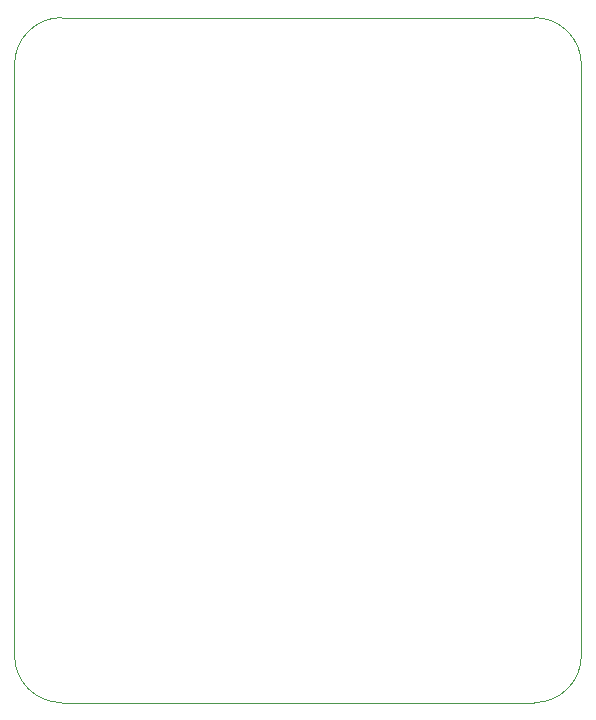
<source format=gbr>
%TF.GenerationSoftware,KiCad,Pcbnew,9.0.2*%
%TF.CreationDate,2025-06-04T20:07:21+07:00*%
%TF.ProjectId,Pneumatic,506e6575-6d61-4746-9963-2e6b69636164,rev?*%
%TF.SameCoordinates,Original*%
%TF.FileFunction,Profile,NP*%
%FSLAX46Y46*%
G04 Gerber Fmt 4.6, Leading zero omitted, Abs format (unit mm)*
G04 Created by KiCad (PCBNEW 9.0.2) date 2025-06-04 20:07:21*
%MOMM*%
%LPD*%
G01*
G04 APERTURE LIST*
%TA.AperFunction,Profile*%
%ADD10C,0.050000*%
%TD*%
G04 APERTURE END LIST*
D10*
X93000000Y-67500000D02*
G75*
G02*
X97000000Y-63500000I4000000J0D01*
G01*
X97000000Y-63500000D02*
X137000000Y-63500000D01*
X93000000Y-117500000D02*
X93000000Y-67500000D01*
X141000000Y-117500000D02*
G75*
G02*
X137000000Y-121500000I-4000000J0D01*
G01*
X141000000Y-67500000D02*
X141000000Y-117500000D01*
X137000000Y-63500000D02*
G75*
G02*
X141000000Y-67500000I0J-4000000D01*
G01*
X137000000Y-121500000D02*
X97000000Y-121500000D01*
X97000000Y-121500000D02*
G75*
G02*
X93000000Y-117500000I0J4000000D01*
G01*
M02*

</source>
